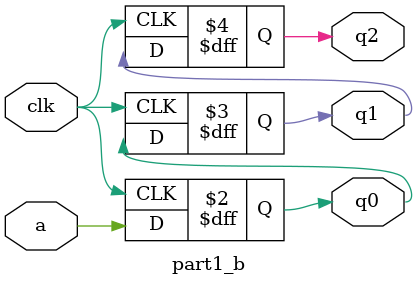
<source format=v>
`timescale 1ns / 1ps

module part1_b(a,clk,q0,q1,q2
    );
	 input a,clk;
	 output reg q0,q1,q2;
	 always @(posedge clk)
	 begin
		q2 = q1;
		q1 = q0;
		q0 = a;
	 end
endmodule

</source>
